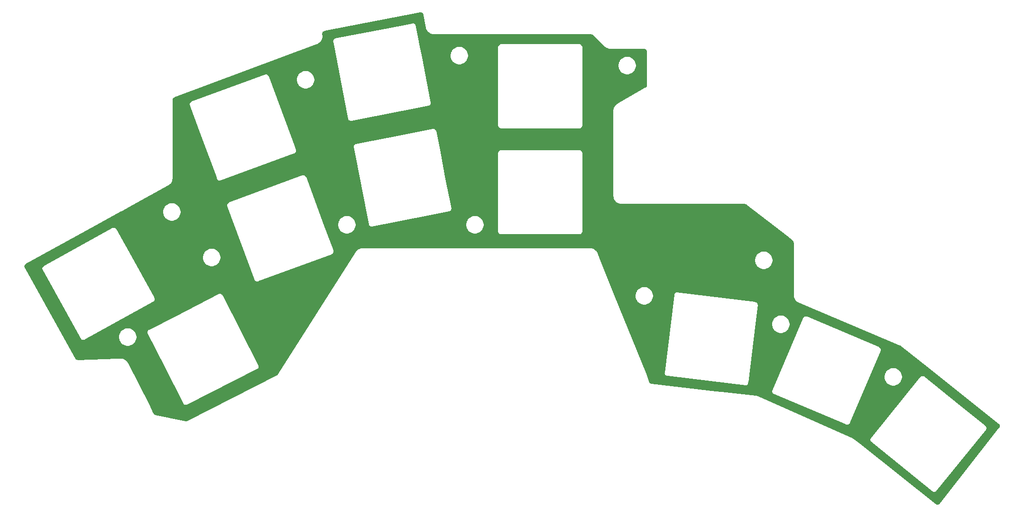
<source format=gbr>
%TF.GenerationSoftware,KiCad,Pcbnew,9.0.3*%
%TF.CreationDate,2025-08-09T09:42:03-04:00*%
%TF.ProjectId,top,746f702e-6b69-4636-9164-5f7063625858,rev?*%
%TF.SameCoordinates,Original*%
%TF.FileFunction,Copper,L1,Top*%
%TF.FilePolarity,Positive*%
%FSLAX46Y46*%
G04 Gerber Fmt 4.6, Leading zero omitted, Abs format (unit mm)*
G04 Created by KiCad (PCBNEW 9.0.3) date 2025-08-09 09:42:03*
%MOMM*%
%LPD*%
G01*
G04 APERTURE LIST*
G04 APERTURE END LIST*
%TA.AperFunction,Conductor*%
%TO.N,gnd*%
G36*
X91340806Y-21423145D02*
G01*
X91423806Y-21435263D01*
X91450641Y-21442320D01*
X91528875Y-21472603D01*
X91553471Y-21485455D01*
X91579021Y-21502698D01*
X91622997Y-21532378D01*
X91644124Y-21550385D01*
X91701466Y-21611595D01*
X91718057Y-21633850D01*
X91760347Y-21706285D01*
X91771572Y-21731675D01*
X91798917Y-21818807D01*
X91802328Y-21832273D01*
X91813488Y-21889704D01*
X91813493Y-21889716D01*
X91814919Y-21897049D01*
X92263460Y-24204619D01*
X92263597Y-24205140D01*
X92271399Y-24245302D01*
X92349321Y-24462057D01*
X92459402Y-24664369D01*
X92459413Y-24664385D01*
X92599071Y-24847515D01*
X92599079Y-24847523D01*
X92765061Y-25007206D01*
X92765070Y-25007214D01*
X92883402Y-25090419D01*
X92953479Y-25139695D01*
X93159903Y-25241874D01*
X93379504Y-25311353D01*
X93607135Y-25346504D01*
X93722300Y-25346502D01*
X93788192Y-25346502D01*
X121717832Y-25346502D01*
X121717858Y-25346509D01*
X121777740Y-25346502D01*
X121789744Y-25347086D01*
X121868326Y-25354747D01*
X121891949Y-25359399D01*
X121961753Y-25380364D01*
X121984027Y-25389495D01*
X122048464Y-25423561D01*
X122068555Y-25436829D01*
X122129136Y-25485908D01*
X122138760Y-25494576D01*
X124114789Y-27470604D01*
X124114799Y-27470623D01*
X124151110Y-27506939D01*
X124151110Y-27506940D01*
X124220654Y-27576494D01*
X124220659Y-27576499D01*
X124376706Y-27696252D01*
X124376707Y-27696253D01*
X124429459Y-27726712D01*
X124547065Y-27794620D01*
X124728802Y-27869905D01*
X124918812Y-27920823D01*
X125113843Y-27946502D01*
X125146308Y-27946502D01*
X131134108Y-27946502D01*
X131193040Y-27946502D01*
X131206922Y-27947282D01*
X131223411Y-27949139D01*
X131297267Y-27957460D01*
X131324332Y-27963638D01*
X131403538Y-27991353D01*
X131428548Y-28003397D01*
X131499605Y-28048045D01*
X131521312Y-28065357D01*
X131580642Y-28124687D01*
X131597955Y-28146396D01*
X131642600Y-28217448D01*
X131654647Y-28242465D01*
X131682360Y-28321663D01*
X131688539Y-28348735D01*
X131698718Y-28439077D01*
X131699498Y-28452960D01*
X131699498Y-34349868D01*
X131699492Y-34349992D01*
X131699499Y-34416354D01*
X131698821Y-34429314D01*
X131689959Y-34513724D01*
X131684574Y-34539076D01*
X131660375Y-34613593D01*
X131649837Y-34637274D01*
X131610679Y-34705127D01*
X131595450Y-34726097D01*
X131543040Y-34784332D01*
X131523781Y-34801681D01*
X131455408Y-34851384D01*
X131444585Y-34858421D01*
X131443594Y-34858994D01*
X131392800Y-34888340D01*
X131392713Y-34888425D01*
X131385732Y-34892464D01*
X131385722Y-34892466D01*
X131385678Y-34892496D01*
X126510516Y-37709224D01*
X126507370Y-37710783D01*
X126446113Y-37746434D01*
X126445777Y-37746629D01*
X126384620Y-37781964D01*
X126381238Y-37784234D01*
X126347452Y-37803920D01*
X126171119Y-37945827D01*
X126171118Y-37945828D01*
X126018078Y-38112564D01*
X125891772Y-38300375D01*
X125891767Y-38300383D01*
X125795068Y-38505000D01*
X125795065Y-38505008D01*
X125730143Y-38721836D01*
X125698480Y-38945929D01*
X125698480Y-38945935D01*
X125699546Y-39055702D01*
X125699552Y-39056906D01*
X125699552Y-54098634D01*
X125699549Y-54098644D01*
X125699549Y-54257315D01*
X125730100Y-54469774D01*
X125790573Y-54675704D01*
X125790575Y-54675710D01*
X125845517Y-54796002D01*
X125879746Y-54870945D01*
X125932962Y-54953739D01*
X125995799Y-55051503D01*
X126136362Y-55213698D01*
X126136364Y-55213699D01*
X126136366Y-55213702D01*
X126298589Y-55354245D01*
X126479164Y-55470267D01*
X126479175Y-55470272D01*
X126674404Y-55559404D01*
X126674407Y-55559405D01*
X126674414Y-55559408D01*
X126880363Y-55619851D01*
X127092819Y-55650367D01*
X127092819Y-55650366D01*
X127092820Y-55650367D01*
X127092836Y-55650366D01*
X127131152Y-55650360D01*
X127134244Y-55650360D01*
X127134245Y-55650361D01*
X127153011Y-55650358D01*
X127200137Y-55650351D01*
X127266029Y-55650341D01*
X127266030Y-55650340D01*
X127276015Y-55650339D01*
X127276019Y-55650338D01*
X149134038Y-55646874D01*
X149147473Y-55647602D01*
X149234945Y-55657122D01*
X149261160Y-55662898D01*
X149338130Y-55688860D01*
X149362487Y-55700142D01*
X149428448Y-55739883D01*
X149437479Y-55745324D01*
X149449375Y-55753470D01*
X154513032Y-59672272D01*
X156758240Y-61409856D01*
X157651620Y-62101249D01*
X157651622Y-62101251D01*
X157673284Y-62118015D01*
X157698141Y-62137253D01*
X157698142Y-62137254D01*
X157708804Y-62146524D01*
X157774937Y-62210993D01*
X157792771Y-62232862D01*
X157838774Y-62304622D01*
X157851202Y-62329958D01*
X157879790Y-62410265D01*
X157886167Y-62437753D01*
X157896669Y-62529526D01*
X157897473Y-62543622D01*
X157897467Y-62602442D01*
X157897473Y-62602468D01*
X157897474Y-62610367D01*
X157897474Y-62610369D01*
X157897501Y-71957472D01*
X157897504Y-71957509D01*
X157897505Y-71993886D01*
X157897506Y-71993890D01*
X157929520Y-72211310D01*
X157969437Y-72343917D01*
X157992869Y-72421756D01*
X158086197Y-72620727D01*
X158207514Y-72803980D01*
X158207516Y-72803983D01*
X158279841Y-72884641D01*
X158354233Y-72967604D01*
X158523222Y-73108110D01*
X158710877Y-73222500D01*
X158751368Y-73239680D01*
X158751376Y-73239686D01*
X158812034Y-73265420D01*
X158812037Y-73265421D01*
X158812038Y-73265422D01*
X158830777Y-73273372D01*
X158872693Y-73291155D01*
X158872694Y-73291155D01*
X176811006Y-80901448D01*
X176813920Y-80902729D01*
X176833399Y-80911598D01*
X176839167Y-80914408D01*
X176851053Y-80920586D01*
X176870899Y-80933445D01*
X182142253Y-85113098D01*
X194455390Y-94876177D01*
X194455399Y-94876185D01*
X194504382Y-94915025D01*
X194514735Y-94924220D01*
X194578963Y-94988030D01*
X194596284Y-95009585D01*
X194641035Y-95080147D01*
X194653149Y-95105005D01*
X194681150Y-95183731D01*
X194687454Y-95210657D01*
X194697311Y-95293633D01*
X194697491Y-95321283D01*
X194688716Y-95404378D01*
X194682764Y-95431382D01*
X194670517Y-95467293D01*
X194655791Y-95510468D01*
X194644001Y-95535483D01*
X194596385Y-95612769D01*
X194588478Y-95624130D01*
X194576418Y-95639546D01*
X194576415Y-95639550D01*
X194552293Y-95670382D01*
X194552290Y-95670386D01*
X194549935Y-95673397D01*
X194549910Y-95673426D01*
X184000463Y-109158055D01*
X184000463Y-109158056D01*
X183976989Y-109188061D01*
X183976986Y-109188062D01*
X183967735Y-109198601D01*
X183913426Y-109253822D01*
X183903388Y-109264029D01*
X183881615Y-109281654D01*
X183810191Y-109327166D01*
X183785016Y-109339455D01*
X183705199Y-109367772D01*
X183677911Y-109374096D01*
X183593770Y-109383776D01*
X183565755Y-109383814D01*
X183481593Y-109374359D01*
X183454287Y-109368107D01*
X183374391Y-109340001D01*
X183349188Y-109327781D01*
X183271668Y-109278675D01*
X183260269Y-109270516D01*
X183211787Y-109231482D01*
X183205086Y-109226812D01*
X169750169Y-98558816D01*
X168748355Y-97764508D01*
X171589224Y-97764508D01*
X171589224Y-97764514D01*
X171602999Y-97895580D01*
X171650226Y-98018608D01*
X171650228Y-98018612D01*
X171727682Y-98125219D01*
X171727686Y-98125223D01*
X171727687Y-98125224D01*
X172262638Y-98558419D01*
X182607732Y-106935711D01*
X182710145Y-107018644D01*
X182710146Y-107018644D01*
X182710148Y-107018646D01*
X182830539Y-107072248D01*
X182960700Y-107092863D01*
X183091763Y-107079088D01*
X183214794Y-107031861D01*
X183288436Y-106978355D01*
X183321404Y-106954404D01*
X183321405Y-106954402D01*
X183321409Y-106954400D01*
X192214831Y-95971939D01*
X192268432Y-95851548D01*
X192289048Y-95721387D01*
X192275273Y-95590324D01*
X192228046Y-95467293D01*
X192150584Y-95360678D01*
X192048169Y-95277743D01*
X192048166Y-95277741D01*
X187391983Y-91507238D01*
X181168126Y-86467257D01*
X181138447Y-86454043D01*
X181047733Y-86413654D01*
X181047728Y-86413653D01*
X180917575Y-86393039D01*
X180917573Y-86393039D01*
X180917572Y-86393039D01*
X180852040Y-86399926D01*
X180786506Y-86406814D01*
X180663478Y-86454041D01*
X180663474Y-86454043D01*
X180556867Y-86531497D01*
X180556862Y-86531503D01*
X180475979Y-86631382D01*
X180475969Y-86631397D01*
X171746376Y-97411547D01*
X171663442Y-97513960D01*
X171663441Y-97513963D01*
X171609839Y-97634354D01*
X171609838Y-97634356D01*
X171609838Y-97634358D01*
X171589224Y-97764508D01*
X168748355Y-97764508D01*
X168712521Y-97736096D01*
X168712129Y-97735784D01*
X168711572Y-97735339D01*
X168711573Y-97735339D01*
X168661955Y-97695670D01*
X168659258Y-97693865D01*
X168658406Y-97693190D01*
X168657959Y-97692996D01*
X168654324Y-97690564D01*
X168654323Y-97690562D01*
X168556372Y-97625028D01*
X168556371Y-97625027D01*
X168556364Y-97625023D01*
X168556358Y-97625019D01*
X168448173Y-97565209D01*
X168447324Y-97564519D01*
X168445239Y-97563587D01*
X168445167Y-97563547D01*
X168398282Y-97542594D01*
X168398269Y-97542583D01*
X168398268Y-97542588D01*
X151651590Y-90055838D01*
X151651054Y-90055596D01*
X151578720Y-90022846D01*
X151578712Y-90022843D01*
X151578707Y-90022841D01*
X151479146Y-89989758D01*
X151430508Y-89973596D01*
X151277993Y-89939993D01*
X151200957Y-89931289D01*
X151200957Y-89931285D01*
X151200906Y-89931283D01*
X145087315Y-89237989D01*
X143938703Y-89107734D01*
X154062423Y-89107734D01*
X154078484Y-89238535D01*
X154127851Y-89360724D01*
X154207160Y-89465971D01*
X154311008Y-89547106D01*
X167198074Y-95017342D01*
X167198075Y-95017343D01*
X167285428Y-95054422D01*
X167319383Y-95068835D01*
X167449885Y-95087176D01*
X167580687Y-95071116D01*
X167702875Y-95021748D01*
X167808123Y-94942439D01*
X167889257Y-94838591D01*
X167940749Y-94717283D01*
X167940748Y-94717283D01*
X171459352Y-86427975D01*
X174113500Y-86427975D01*
X174113500Y-86672028D01*
X174147511Y-86886766D01*
X174151679Y-86913078D01*
X174226513Y-87143394D01*
X174227097Y-87145189D01*
X174337896Y-87362644D01*
X174481339Y-87560078D01*
X174481343Y-87560083D01*
X174653918Y-87732658D01*
X174653923Y-87732662D01*
X174740475Y-87795545D01*
X174851361Y-87876108D01*
X175068815Y-87986906D01*
X175300924Y-88062323D01*
X175541973Y-88100502D01*
X175541974Y-88100502D01*
X175786026Y-88100502D01*
X175786027Y-88100502D01*
X176027076Y-88062323D01*
X176259185Y-87986906D01*
X176476639Y-87876108D01*
X176674083Y-87732657D01*
X176846655Y-87560085D01*
X176990106Y-87362641D01*
X177100904Y-87145187D01*
X177176321Y-86913078D01*
X177214500Y-86672029D01*
X177214500Y-86427975D01*
X177176321Y-86186926D01*
X177100904Y-85954817D01*
X176990106Y-85737363D01*
X176971779Y-85712138D01*
X176846660Y-85539925D01*
X176846656Y-85539920D01*
X176674081Y-85367345D01*
X176674076Y-85367341D01*
X176476642Y-85223898D01*
X176476641Y-85223897D01*
X176476639Y-85223896D01*
X176259185Y-85113098D01*
X176027076Y-85037681D01*
X176027074Y-85037680D01*
X176027072Y-85037680D01*
X175858769Y-85011023D01*
X175786027Y-84999502D01*
X175541973Y-84999502D01*
X175486093Y-85008352D01*
X175300927Y-85037680D01*
X175068812Y-85113099D01*
X174851357Y-85223898D01*
X174653923Y-85367341D01*
X174653918Y-85367345D01*
X174481343Y-85539920D01*
X174481339Y-85539925D01*
X174337896Y-85737359D01*
X174227097Y-85954814D01*
X174151678Y-86186929D01*
X174113500Y-86427975D01*
X171459352Y-86427975D01*
X173410986Y-81830216D01*
X173429327Y-81699714D01*
X173413267Y-81568912D01*
X173363899Y-81446724D01*
X173363897Y-81446721D01*
X173363896Y-81446719D01*
X173284594Y-81341480D01*
X173284589Y-81341475D01*
X173180743Y-81260343D01*
X173180742Y-81260342D01*
X173059434Y-81208850D01*
X173059431Y-81208849D01*
X173057160Y-81207885D01*
X173057159Y-81207884D01*
X160293675Y-75790105D01*
X160293675Y-75790104D01*
X160208514Y-75753956D01*
X160172367Y-75738613D01*
X160172364Y-75738612D01*
X160172362Y-75738612D01*
X160041865Y-75720272D01*
X159911064Y-75736332D01*
X159911061Y-75736333D01*
X159788875Y-75785700D01*
X159788874Y-75785700D01*
X159683628Y-75865008D01*
X159602493Y-75968856D01*
X159602285Y-75969347D01*
X159551001Y-76090165D01*
X159551000Y-76090167D01*
X154132256Y-88855923D01*
X154132256Y-88855924D01*
X154080764Y-88977232D01*
X154062423Y-89107734D01*
X143938703Y-89107734D01*
X132553868Y-87816670D01*
X132540781Y-87814472D01*
X132456137Y-87795545D01*
X132431061Y-87787040D01*
X132358425Y-87753381D01*
X132335725Y-87739746D01*
X132271888Y-87691429D01*
X132252603Y-87673287D01*
X132226545Y-87642907D01*
X132200484Y-87612523D01*
X132185491Y-87590701D01*
X132144426Y-87514630D01*
X132138479Y-87501948D01*
X131652240Y-86291513D01*
X131484866Y-85874856D01*
X134855078Y-85874856D01*
X134866315Y-85954814D01*
X134873419Y-86005357D01*
X134924911Y-86126665D01*
X135006046Y-86230513D01*
X135111293Y-86309822D01*
X135233482Y-86359189D01*
X135364283Y-86375250D01*
X135364284Y-86375249D01*
X135382435Y-86377478D01*
X135382439Y-86377478D01*
X149259929Y-88081420D01*
X149390431Y-88063079D01*
X149511739Y-88011587D01*
X149615587Y-87930452D01*
X149694896Y-87825205D01*
X149744263Y-87703016D01*
X149746672Y-87683397D01*
X149760324Y-87572215D01*
X149760323Y-87572214D01*
X149762007Y-87558507D01*
X149762007Y-87558493D01*
X149768142Y-87508535D01*
X151054747Y-77029975D01*
X154047500Y-77029975D01*
X154047500Y-77080278D01*
X154047500Y-77274029D01*
X154085679Y-77515078D01*
X154161096Y-77747187D01*
X154252042Y-77925680D01*
X154271896Y-77964644D01*
X154415339Y-78162078D01*
X154415343Y-78162083D01*
X154587918Y-78334658D01*
X154587923Y-78334662D01*
X154716283Y-78427920D01*
X154785361Y-78478108D01*
X155002815Y-78588906D01*
X155234924Y-78664323D01*
X155475973Y-78702502D01*
X155475974Y-78702502D01*
X155720026Y-78702502D01*
X155720027Y-78702502D01*
X155961076Y-78664323D01*
X156193185Y-78588906D01*
X156410639Y-78478108D01*
X156608083Y-78334657D01*
X156780655Y-78162085D01*
X156924106Y-77964641D01*
X157034904Y-77747187D01*
X157110321Y-77515078D01*
X157148500Y-77274029D01*
X157148500Y-77029975D01*
X157110321Y-76788926D01*
X157034904Y-76556817D01*
X156924106Y-76339363D01*
X156905779Y-76314138D01*
X156780660Y-76141925D01*
X156780656Y-76141920D01*
X156608081Y-75969345D01*
X156608076Y-75969341D01*
X156410642Y-75825898D01*
X156410641Y-75825897D01*
X156410639Y-75825896D01*
X156193185Y-75715098D01*
X155961076Y-75639681D01*
X155961074Y-75639680D01*
X155961072Y-75639680D01*
X155792769Y-75613023D01*
X155720027Y-75601502D01*
X155475973Y-75601502D01*
X155420093Y-75610352D01*
X155234927Y-75639680D01*
X155002812Y-75715099D01*
X154785357Y-75825898D01*
X154587923Y-75969341D01*
X154587918Y-75969345D01*
X154415343Y-76141920D01*
X154415339Y-76141925D01*
X154271896Y-76339359D01*
X154161097Y-76556814D01*
X154085678Y-76788929D01*
X154081155Y-76817488D01*
X154047500Y-77029975D01*
X151054747Y-77029975D01*
X151466494Y-73676569D01*
X151448153Y-73546067D01*
X151396661Y-73424759D01*
X151315526Y-73320911D01*
X151315525Y-73320910D01*
X151210282Y-73241604D01*
X151210281Y-73241603D01*
X151210279Y-73241602D01*
X151205537Y-73239686D01*
X151205522Y-73239680D01*
X151162997Y-73222499D01*
X151088091Y-73192235D01*
X151088088Y-73192234D01*
X151088087Y-73192234D01*
X151063724Y-73189241D01*
X151063724Y-73189242D01*
X151010505Y-73182708D01*
X150957289Y-73176174D01*
X150957286Y-73176174D01*
X137061643Y-71470004D01*
X137061642Y-71470004D01*
X137061641Y-71470004D01*
X136931145Y-71488344D01*
X136931141Y-71488345D01*
X136809834Y-71539836D01*
X136809832Y-71539837D01*
X136705984Y-71620972D01*
X136626675Y-71726219D01*
X136626673Y-71726224D01*
X136580750Y-71839892D01*
X136580748Y-71839897D01*
X136577309Y-71848406D01*
X136577309Y-71848408D01*
X136561248Y-71979209D01*
X136561248Y-71979211D01*
X134871961Y-85737359D01*
X134855078Y-85874856D01*
X131484866Y-85874856D01*
X125891156Y-71949975D01*
X129663500Y-71949975D01*
X129663500Y-72194028D01*
X129699568Y-72421754D01*
X129701679Y-72435078D01*
X129777096Y-72667187D01*
X129887891Y-72884636D01*
X129887896Y-72884644D01*
X130031339Y-73082078D01*
X130031343Y-73082083D01*
X130203918Y-73254658D01*
X130203923Y-73254662D01*
X130295108Y-73320911D01*
X130401361Y-73398108D01*
X130618815Y-73508906D01*
X130850924Y-73584323D01*
X131091973Y-73622502D01*
X131091974Y-73622502D01*
X131336026Y-73622502D01*
X131336027Y-73622502D01*
X131577076Y-73584323D01*
X131809185Y-73508906D01*
X132026639Y-73398108D01*
X132224083Y-73254657D01*
X132396655Y-73082085D01*
X132540106Y-72884641D01*
X132650904Y-72667187D01*
X132726321Y-72435078D01*
X132764500Y-72194029D01*
X132764500Y-71949975D01*
X132726321Y-71708926D01*
X132650904Y-71476817D01*
X132540106Y-71259363D01*
X132521779Y-71234138D01*
X132396660Y-71061925D01*
X132396656Y-71061920D01*
X132224081Y-70889345D01*
X132224076Y-70889341D01*
X132026642Y-70745898D01*
X132026641Y-70745897D01*
X132026639Y-70745896D01*
X131809185Y-70635098D01*
X131577076Y-70559681D01*
X131577074Y-70559680D01*
X131577072Y-70559680D01*
X131408769Y-70533023D01*
X131336027Y-70521502D01*
X131091973Y-70521502D01*
X131036093Y-70530352D01*
X130850927Y-70559680D01*
X130618812Y-70635099D01*
X130401357Y-70745898D01*
X130203923Y-70889341D01*
X130203918Y-70889345D01*
X130031343Y-71061920D01*
X130031339Y-71061925D01*
X129887896Y-71259359D01*
X129777097Y-71476814D01*
X129701678Y-71708929D01*
X129663500Y-71949975D01*
X125891156Y-71949975D01*
X123340322Y-65599975D01*
X150999500Y-65599975D01*
X150999500Y-65650278D01*
X150999500Y-65844029D01*
X151037679Y-66085078D01*
X151113096Y-66317187D01*
X151153590Y-66396662D01*
X151223896Y-66534644D01*
X151367339Y-66732078D01*
X151367343Y-66732083D01*
X151539918Y-66904658D01*
X151539923Y-66904662D01*
X151645451Y-66981332D01*
X151737361Y-67048108D01*
X151954815Y-67158906D01*
X152186924Y-67234323D01*
X152427973Y-67272502D01*
X152427974Y-67272502D01*
X152672026Y-67272502D01*
X152672027Y-67272502D01*
X152913076Y-67234323D01*
X153145185Y-67158906D01*
X153362639Y-67048108D01*
X153560083Y-66904657D01*
X153732655Y-66732085D01*
X153876106Y-66534641D01*
X153986904Y-66317187D01*
X154062321Y-66085078D01*
X154100500Y-65844029D01*
X154100500Y-65599975D01*
X154062321Y-65358926D01*
X153986904Y-65126817D01*
X153876106Y-64909363D01*
X153772896Y-64767306D01*
X153732660Y-64711925D01*
X153732656Y-64711920D01*
X153560081Y-64539345D01*
X153560076Y-64539341D01*
X153362642Y-64395898D01*
X153362641Y-64395897D01*
X153362639Y-64395896D01*
X153145185Y-64285098D01*
X152913076Y-64209681D01*
X152913074Y-64209680D01*
X152913072Y-64209680D01*
X152744769Y-64183023D01*
X152672027Y-64171502D01*
X152427973Y-64171502D01*
X152372093Y-64180352D01*
X152186927Y-64209680D01*
X151954812Y-64285099D01*
X151737357Y-64395898D01*
X151539923Y-64539341D01*
X151539918Y-64539345D01*
X151367343Y-64711920D01*
X151367339Y-64711925D01*
X151223896Y-64909359D01*
X151113097Y-65126814D01*
X151037678Y-65358929D01*
X151014400Y-65505902D01*
X150999500Y-65599975D01*
X123340322Y-65599975D01*
X123062897Y-64909359D01*
X122901630Y-64507904D01*
X122901385Y-64507289D01*
X122858680Y-64399317D01*
X122858672Y-64399300D01*
X122746036Y-64205305D01*
X122746034Y-64205302D01*
X122744931Y-64203925D01*
X122605794Y-64030189D01*
X122560087Y-63987923D01*
X122441080Y-63877874D01*
X122441079Y-63877873D01*
X122255554Y-63751740D01*
X122145474Y-63698854D01*
X122053336Y-63654589D01*
X122053333Y-63654588D01*
X122053331Y-63654587D01*
X122053329Y-63654586D01*
X121838930Y-63588583D01*
X121838925Y-63588581D01*
X121838922Y-63588581D01*
X121838917Y-63588580D01*
X121838916Y-63588580D01*
X121617081Y-63555182D01*
X121617075Y-63555181D01*
X121507204Y-63555181D01*
X121507203Y-63555180D01*
X121507203Y-63555181D01*
X121507181Y-63555180D01*
X121465832Y-63555172D01*
X121451330Y-63555169D01*
X121439014Y-63555167D01*
X121439013Y-63555167D01*
X121439011Y-63555166D01*
X80962023Y-63546905D01*
X80961208Y-63546902D01*
X80854444Y-63546178D01*
X80854436Y-63546179D01*
X80639080Y-63576221D01*
X80430308Y-63636990D01*
X80232477Y-63727212D01*
X80232472Y-63727215D01*
X80049709Y-63845013D01*
X80049701Y-63845019D01*
X79885833Y-63987922D01*
X79885832Y-63987923D01*
X79848585Y-64031347D01*
X79744263Y-64152967D01*
X79744261Y-64152970D01*
X79744260Y-64152970D01*
X79687333Y-64243044D01*
X79687285Y-64243121D01*
X65835729Y-86124567D01*
X65829898Y-86132987D01*
X65789475Y-86186496D01*
X65775831Y-86201754D01*
X65730891Y-86244345D01*
X65714922Y-86257152D01*
X65663967Y-86291513D01*
X65650965Y-86299173D01*
X49747738Y-94407848D01*
X49747737Y-94407847D01*
X49747730Y-94407852D01*
X49691143Y-94436704D01*
X49678324Y-94442352D01*
X49592555Y-94474487D01*
X49565421Y-94481284D01*
X49481638Y-94492444D01*
X49453670Y-94492986D01*
X49444232Y-94492100D01*
X49362476Y-94484421D01*
X49348626Y-94482325D01*
X49284730Y-94468928D01*
X49284728Y-94468927D01*
X43985785Y-93357863D01*
X43972189Y-93354195D01*
X43884792Y-93325202D01*
X43859278Y-93313378D01*
X43786721Y-93269134D01*
X43764526Y-93251866D01*
X43703801Y-93192408D01*
X43686069Y-93170583D01*
X43636489Y-93093005D01*
X43629590Y-93080726D01*
X43603726Y-93027864D01*
X43603724Y-93027862D01*
X43602421Y-93025898D01*
X43595315Y-93013747D01*
X42835909Y-91527458D01*
X39035042Y-84088500D01*
X39032968Y-84084440D01*
X39032967Y-84084440D01*
X39017305Y-84053787D01*
X38984603Y-83989672D01*
X38862029Y-83815729D01*
X38716137Y-83660823D01*
X38549846Y-83528054D01*
X38531624Y-83517324D01*
X38366483Y-83420078D01*
X38169720Y-83339057D01*
X37963492Y-83286611D01*
X37963488Y-83286610D01*
X37751928Y-83263791D01*
X37751927Y-83263791D01*
X37740535Y-83264187D01*
X37646132Y-83267469D01*
X37646054Y-83267472D01*
X37620507Y-83268343D01*
X37620508Y-83268344D01*
X37579740Y-83269735D01*
X37579741Y-83269736D01*
X37579739Y-83269736D01*
X37085559Y-83286611D01*
X30099340Y-83525172D01*
X30085864Y-83524899D01*
X29998016Y-83518332D01*
X29971572Y-83513430D01*
X29893692Y-83490025D01*
X29868934Y-83479541D01*
X29797921Y-83439890D01*
X29776007Y-83424315D01*
X29715221Y-83370292D01*
X29697176Y-83350353D01*
X29645868Y-83279529D01*
X29637880Y-83266983D01*
X29636107Y-83263791D01*
X24260775Y-73584323D01*
X20774178Y-67305938D01*
X20737435Y-67239775D01*
X23779534Y-67239775D01*
X23779535Y-67239779D01*
X23811416Y-67367643D01*
X23811416Y-67367644D01*
X30462367Y-79366278D01*
X30662641Y-79727582D01*
X30748718Y-79816718D01*
X30754187Y-79822381D01*
X30772037Y-79833106D01*
X30867147Y-79890253D01*
X30993826Y-79926578D01*
X31125590Y-79928878D01*
X31253460Y-79896996D01*
X31368721Y-79833106D01*
X31368721Y-79833105D01*
X32301648Y-79315975D01*
X37461500Y-79315975D01*
X37461500Y-79366278D01*
X37461500Y-79560029D01*
X37499679Y-79801078D01*
X37546661Y-79945674D01*
X37575097Y-80033189D01*
X37685896Y-80250644D01*
X37829339Y-80448078D01*
X37829343Y-80448083D01*
X38001918Y-80620658D01*
X38001923Y-80620662D01*
X38174136Y-80745781D01*
X38199361Y-80764108D01*
X38416815Y-80874906D01*
X38648924Y-80950323D01*
X38889973Y-80988502D01*
X38889974Y-80988502D01*
X39134026Y-80988502D01*
X39134027Y-80988502D01*
X39375076Y-80950323D01*
X39607185Y-80874906D01*
X39824639Y-80764108D01*
X40022083Y-80620657D01*
X40194655Y-80448085D01*
X40338106Y-80250641D01*
X40448904Y-80033187D01*
X40524321Y-79801078D01*
X40562500Y-79560029D01*
X40562500Y-79315975D01*
X40524321Y-79074926D01*
X40448904Y-78842817D01*
X40338106Y-78625363D01*
X40332112Y-78617113D01*
X42535610Y-78617113D01*
X42535610Y-78617115D01*
X42563010Y-78746018D01*
X45641414Y-84787725D01*
X48790213Y-90967591D01*
X48978707Y-91337530D01*
X48978709Y-91337533D01*
X49066885Y-91435464D01*
X49177403Y-91507234D01*
X49177406Y-91507235D01*
X49177410Y-91507238D01*
X49302744Y-91547962D01*
X49434348Y-91554859D01*
X49563252Y-91527459D01*
X49563253Y-91527458D01*
X49563255Y-91527458D01*
X49640883Y-91487904D01*
X49680673Y-91467631D01*
X49680673Y-91467630D01*
X49694872Y-91460396D01*
X49694879Y-91460390D01*
X62037343Y-85171592D01*
X62154764Y-85111764D01*
X62252699Y-85023583D01*
X62324473Y-84913060D01*
X62365197Y-84787725D01*
X62372094Y-84656122D01*
X62344694Y-84527217D01*
X62344693Y-84527215D01*
X62344693Y-84527214D01*
X62329975Y-84498329D01*
X62329974Y-84498327D01*
X62284866Y-84409796D01*
X62284863Y-84409793D01*
X55988827Y-72053127D01*
X55988827Y-72053126D01*
X55928999Y-71935705D01*
X55882444Y-71884000D01*
X55840818Y-71837769D01*
X55730300Y-71765999D01*
X55730295Y-71765996D01*
X55604961Y-71725272D01*
X55604953Y-71725271D01*
X55473379Y-71718376D01*
X55473364Y-71718375D01*
X55473357Y-71718375D01*
X55473356Y-71718375D01*
X55473355Y-71718375D01*
X55344450Y-71745775D01*
X47508068Y-75738612D01*
X42870362Y-78101641D01*
X42870361Y-78101642D01*
X42870360Y-78101641D01*
X42752942Y-78161470D01*
X42752936Y-78161474D01*
X42655007Y-78249649D01*
X42655000Y-78249657D01*
X42583234Y-78360168D01*
X42583232Y-78360172D01*
X42583231Y-78360174D01*
X42583231Y-78360175D01*
X42561218Y-78427925D01*
X42542507Y-78485510D01*
X42542506Y-78485515D01*
X42535610Y-78617113D01*
X40332112Y-78617113D01*
X40236501Y-78485515D01*
X40194660Y-78427925D01*
X40194656Y-78427920D01*
X40022081Y-78255345D01*
X40022076Y-78255341D01*
X39824642Y-78111898D01*
X39824641Y-78111897D01*
X39824639Y-78111896D01*
X39607185Y-78001098D01*
X39375076Y-77925681D01*
X39375074Y-77925680D01*
X39375072Y-77925680D01*
X39206769Y-77899023D01*
X39134027Y-77887502D01*
X38889973Y-77887502D01*
X38834093Y-77896352D01*
X38648927Y-77925680D01*
X38416812Y-78001099D01*
X38199357Y-78111898D01*
X38001923Y-78255341D01*
X38001918Y-78255345D01*
X37829343Y-78427920D01*
X37829339Y-78427925D01*
X37685896Y-78625359D01*
X37575097Y-78842814D01*
X37499678Y-79074929D01*
X37495155Y-79103488D01*
X37461500Y-79315975D01*
X32301648Y-79315975D01*
X43613397Y-73045772D01*
X43708195Y-72954227D01*
X43750006Y-72884641D01*
X43776068Y-72841267D01*
X43812393Y-72714587D01*
X43814693Y-72582823D01*
X43782811Y-72454953D01*
X43733141Y-72365346D01*
X43718921Y-72339692D01*
X43718920Y-72339691D01*
X39701446Y-65091975D01*
X52447500Y-65091975D01*
X52447500Y-65336028D01*
X52475326Y-65511717D01*
X52485679Y-65577078D01*
X52561096Y-65809187D01*
X52648715Y-65981150D01*
X52671896Y-66026644D01*
X52815339Y-66224078D01*
X52815343Y-66224083D01*
X52987918Y-66396658D01*
X52987923Y-66396662D01*
X53145568Y-66511197D01*
X53185361Y-66540108D01*
X53402815Y-66650906D01*
X53634924Y-66726323D01*
X53875973Y-66764502D01*
X53875974Y-66764502D01*
X54120026Y-66764502D01*
X54120027Y-66764502D01*
X54361076Y-66726323D01*
X54593185Y-66650906D01*
X54810639Y-66540108D01*
X55008083Y-66396657D01*
X55180655Y-66224085D01*
X55324106Y-66026641D01*
X55434904Y-65809187D01*
X55510321Y-65577078D01*
X55548500Y-65336029D01*
X55548500Y-65091975D01*
X55510321Y-64850926D01*
X55434904Y-64618817D01*
X55324106Y-64401363D01*
X55209081Y-64243044D01*
X55180660Y-64203925D01*
X55180656Y-64203920D01*
X55008081Y-64031345D01*
X55008076Y-64031341D01*
X54810642Y-63887898D01*
X54810641Y-63887897D01*
X54810639Y-63887896D01*
X54593185Y-63777098D01*
X54361076Y-63701681D01*
X54361074Y-63701680D01*
X54361072Y-63701680D01*
X54192769Y-63675023D01*
X54120027Y-63663502D01*
X53875973Y-63663502D01*
X53820093Y-63672352D01*
X53634927Y-63701680D01*
X53402812Y-63777099D01*
X53185357Y-63887898D01*
X52987923Y-64031341D01*
X52987918Y-64031345D01*
X52815343Y-64203920D01*
X52815339Y-64203925D01*
X52671896Y-64401359D01*
X52561097Y-64618814D01*
X52561096Y-64618816D01*
X52561096Y-64618817D01*
X52544725Y-64669203D01*
X52485678Y-64850929D01*
X52447500Y-65091975D01*
X39701446Y-65091975D01*
X36931587Y-60095016D01*
X36840042Y-60000218D01*
X36785069Y-59967187D01*
X36785069Y-59967186D01*
X36727083Y-59932345D01*
X36600407Y-59896021D01*
X36600403Y-59896020D01*
X36600402Y-59896020D01*
X36598101Y-59895979D01*
X36468637Y-59893719D01*
X36468633Y-59893720D01*
X36340769Y-59925601D01*
X36340768Y-59925601D01*
X36265746Y-59967187D01*
X24096092Y-66712936D01*
X23980833Y-66776824D01*
X23886031Y-66868372D01*
X23818160Y-66981330D01*
X23781836Y-67108005D01*
X23781835Y-67108011D01*
X23779534Y-67239775D01*
X20737435Y-67239775D01*
X20624584Y-67036562D01*
X20618515Y-67024022D01*
X20600740Y-66981330D01*
X20583507Y-66939938D01*
X20575765Y-66913223D01*
X20561570Y-66830369D01*
X20559979Y-66802608D01*
X20564614Y-66718677D01*
X20569251Y-66691259D01*
X20592484Y-66610459D01*
X20603115Y-66584775D01*
X20643776Y-66511192D01*
X20659871Y-66488516D01*
X20715907Y-66425856D01*
X20736650Y-66407340D01*
X20811074Y-66354623D01*
X20822834Y-66347249D01*
X20874368Y-66318836D01*
X20874370Y-66318833D01*
X20882798Y-66314187D01*
X20882881Y-66314133D01*
X21404200Y-66026641D01*
X32455181Y-59932345D01*
X37837821Y-56963975D01*
X45335500Y-56963975D01*
X45335500Y-57014278D01*
X45335500Y-57208029D01*
X45373679Y-57449078D01*
X45449096Y-57681187D01*
X45540042Y-57859680D01*
X45559896Y-57898644D01*
X45703339Y-58096078D01*
X45703343Y-58096083D01*
X45875918Y-58268658D01*
X45875923Y-58268662D01*
X46004283Y-58361920D01*
X46073361Y-58412108D01*
X46290815Y-58522906D01*
X46522924Y-58598323D01*
X46763973Y-58636502D01*
X46763974Y-58636502D01*
X47008026Y-58636502D01*
X47008027Y-58636502D01*
X47249076Y-58598323D01*
X47481185Y-58522906D01*
X47698639Y-58412108D01*
X47896083Y-58268657D01*
X48068655Y-58096085D01*
X48212106Y-57898641D01*
X48322904Y-57681187D01*
X48398321Y-57449078D01*
X48436500Y-57208029D01*
X48436500Y-56963975D01*
X48398321Y-56722926D01*
X48322904Y-56490817D01*
X48212106Y-56273363D01*
X48091999Y-56108049D01*
X48068660Y-56075925D01*
X48068656Y-56075920D01*
X47896081Y-55903345D01*
X47896076Y-55903341D01*
X47849913Y-55869802D01*
X56745791Y-55869802D01*
X56745791Y-55869808D01*
X56758101Y-56001013D01*
X61674798Y-69249916D01*
X61674799Y-69249917D01*
X61697968Y-69282567D01*
X61751064Y-69357391D01*
X61822828Y-69416844D01*
X61852548Y-69441466D01*
X61972324Y-69496404D01*
X61972331Y-69496407D01*
X62102254Y-69518475D01*
X62233463Y-69506165D01*
X62357013Y-69460315D01*
X62357014Y-69460313D01*
X62369551Y-69455661D01*
X62369562Y-69455655D01*
X75348457Y-64639159D01*
X75348464Y-64639158D01*
X75358811Y-64635318D01*
X75358814Y-64635318D01*
X75482364Y-64589468D01*
X75589839Y-64513203D01*
X75673912Y-64411720D01*
X75678665Y-64401359D01*
X75728852Y-64291941D01*
X75728855Y-64291935D01*
X75750923Y-64162012D01*
X75750074Y-64152967D01*
X75738613Y-64030803D01*
X75692763Y-63907253D01*
X75689654Y-63898874D01*
X75689646Y-63898858D01*
X73964435Y-59249975D01*
X76577500Y-59249975D01*
X76577500Y-59494028D01*
X76615678Y-59735074D01*
X76691096Y-59967187D01*
X76801896Y-60184644D01*
X76945339Y-60382078D01*
X76945343Y-60382083D01*
X77117918Y-60554658D01*
X77117923Y-60554662D01*
X77194166Y-60610055D01*
X77315361Y-60698108D01*
X77532815Y-60808906D01*
X77764924Y-60884323D01*
X78005973Y-60922502D01*
X78005974Y-60922502D01*
X78250026Y-60922502D01*
X78250027Y-60922502D01*
X78491076Y-60884323D01*
X78723185Y-60808906D01*
X78940639Y-60698108D01*
X79138083Y-60554657D01*
X79310655Y-60382085D01*
X79454106Y-60184641D01*
X79564904Y-59967187D01*
X79640321Y-59735078D01*
X79678500Y-59494029D01*
X79678500Y-59249975D01*
X79640321Y-59008926D01*
X79564904Y-58776817D01*
X79454106Y-58559363D01*
X79427617Y-58522904D01*
X79310660Y-58361925D01*
X79310656Y-58361920D01*
X79138081Y-58189345D01*
X79138076Y-58189341D01*
X78940642Y-58045898D01*
X78940641Y-58045897D01*
X78940639Y-58045896D01*
X78723185Y-57935098D01*
X78491076Y-57859681D01*
X78491074Y-57859680D01*
X78491072Y-57859680D01*
X78322769Y-57833023D01*
X78250027Y-57821502D01*
X78005973Y-57821502D01*
X77950093Y-57830352D01*
X77764927Y-57859680D01*
X77532812Y-57935099D01*
X77315357Y-58045898D01*
X77117923Y-58189341D01*
X77117918Y-58189345D01*
X76945343Y-58361920D01*
X76945339Y-58361925D01*
X76801896Y-58559359D01*
X76691097Y-58776814D01*
X76615678Y-59008929D01*
X76577500Y-59249975D01*
X73964435Y-59249975D01*
X70871608Y-50915811D01*
X70871606Y-50915802D01*
X70867766Y-50905454D01*
X70867766Y-50905452D01*
X70821916Y-50781902D01*
X70821913Y-50781898D01*
X70821913Y-50781897D01*
X70745651Y-50674427D01*
X70644166Y-50590352D01*
X70644164Y-50590351D01*
X70524389Y-50535413D01*
X70524382Y-50535410D01*
X70394460Y-50513343D01*
X70263252Y-50525653D01*
X70171488Y-50559708D01*
X57137901Y-55396501D01*
X57137900Y-55396501D01*
X57014353Y-55442349D01*
X57014347Y-55442352D01*
X56906880Y-55518612D01*
X56906874Y-55518617D01*
X56822799Y-55620100D01*
X56767861Y-55739876D01*
X56767858Y-55739883D01*
X56745791Y-55869802D01*
X47849913Y-55869802D01*
X47698642Y-55759898D01*
X47698641Y-55759897D01*
X47698639Y-55759896D01*
X47481185Y-55649098D01*
X47249076Y-55573681D01*
X47249074Y-55573680D01*
X47249072Y-55573680D01*
X47080769Y-55547023D01*
X47008027Y-55535502D01*
X46763973Y-55535502D01*
X46708093Y-55544352D01*
X46522927Y-55573680D01*
X46290812Y-55649099D01*
X46073357Y-55759898D01*
X45875923Y-55903341D01*
X45875918Y-55903345D01*
X45703343Y-56075920D01*
X45703339Y-56075925D01*
X45559896Y-56273359D01*
X45449097Y-56490814D01*
X45373678Y-56722929D01*
X45369155Y-56751488D01*
X45335500Y-56963975D01*
X37837821Y-56963975D01*
X38043553Y-56850520D01*
X39821920Y-55869802D01*
X46280303Y-52308191D01*
X46280304Y-52308189D01*
X46287947Y-52303975D01*
X46287997Y-52303942D01*
X46310313Y-52291643D01*
X46471376Y-52172408D01*
X46615155Y-52032815D01*
X46739096Y-51875345D01*
X46840998Y-51702793D01*
X46919051Y-51518223D01*
X46971870Y-51324914D01*
X46998516Y-51126298D01*
X46998500Y-51026100D01*
X46998500Y-50960208D01*
X46998501Y-37831249D01*
X50059680Y-37831249D01*
X50063492Y-37872333D01*
X50071779Y-37961665D01*
X50071854Y-37962466D01*
X50071855Y-37962473D01*
X51679793Y-42309293D01*
X54863442Y-50915815D01*
X54928954Y-51092915D01*
X54956205Y-51166583D01*
X54956205Y-51166584D01*
X54974672Y-51216509D01*
X54974677Y-51216518D01*
X55050822Y-51324062D01*
X55050824Y-51324064D01*
X55050827Y-51324068D01*
X55137505Y-51396029D01*
X55152223Y-51408248D01*
X55196511Y-51428617D01*
X55271949Y-51463316D01*
X55401849Y-51485520D01*
X55401849Y-51485519D01*
X55401850Y-51485520D01*
X55410728Y-51484696D01*
X55533070Y-51473347D01*
X68653185Y-46620067D01*
X68653191Y-46620066D01*
X68663515Y-46616247D01*
X68663516Y-46616247D01*
X68787115Y-46570526D01*
X68894669Y-46494374D01*
X68978848Y-46392979D01*
X69033917Y-46273252D01*
X69056121Y-46143352D01*
X69043948Y-46012131D01*
X68840899Y-45463218D01*
X79346578Y-45463218D01*
X79346578Y-45463219D01*
X82043049Y-59335359D01*
X82043050Y-59335361D01*
X82100820Y-59453808D01*
X82135784Y-59494029D01*
X82187279Y-59553267D01*
X82296533Y-59626960D01*
X82421137Y-59669865D01*
X82544008Y-59678456D01*
X82552600Y-59679057D01*
X82552600Y-59679056D01*
X82552601Y-59679057D01*
X82552601Y-59679056D01*
X82568887Y-59680196D01*
X82571581Y-59680384D01*
X82587499Y-59672273D01*
X84760034Y-59249975D01*
X99437500Y-59249975D01*
X99437500Y-59494028D01*
X99475678Y-59735074D01*
X99551096Y-59967187D01*
X99661896Y-60184644D01*
X99805339Y-60382078D01*
X99805343Y-60382083D01*
X99977918Y-60554658D01*
X99977923Y-60554662D01*
X100054166Y-60610055D01*
X100175361Y-60698108D01*
X100392815Y-60808906D01*
X100624924Y-60884323D01*
X100865973Y-60922502D01*
X100865974Y-60922502D01*
X101110026Y-60922502D01*
X101110027Y-60922502D01*
X101351076Y-60884323D01*
X101583185Y-60808906D01*
X101800639Y-60698108D01*
X101998083Y-60554657D01*
X102170655Y-60382085D01*
X102314106Y-60184641D01*
X102424904Y-59967187D01*
X102500321Y-59735078D01*
X102538500Y-59494029D01*
X102538500Y-59249975D01*
X102500321Y-59008926D01*
X102424904Y-58776817D01*
X102314106Y-58559363D01*
X102287617Y-58522904D01*
X102170660Y-58361925D01*
X102170656Y-58361920D01*
X101998081Y-58189345D01*
X101998076Y-58189341D01*
X101800642Y-58045898D01*
X101800641Y-58045897D01*
X101800639Y-58045896D01*
X101583185Y-57935098D01*
X101351076Y-57859681D01*
X101351074Y-57859680D01*
X101351072Y-57859680D01*
X101182769Y-57833023D01*
X101110027Y-57821502D01*
X100865973Y-57821502D01*
X100810093Y-57830352D01*
X100624927Y-57859680D01*
X100392812Y-57935099D01*
X100175357Y-58045898D01*
X99977923Y-58189341D01*
X99977918Y-58189345D01*
X99805343Y-58361920D01*
X99805339Y-58361925D01*
X99661896Y-58559359D01*
X99551097Y-58776814D01*
X99475678Y-59008929D01*
X99437500Y-59249975D01*
X84760034Y-59249975D01*
X96424743Y-56982586D01*
X96543190Y-56924816D01*
X96599671Y-56875717D01*
X96642649Y-56838357D01*
X96701243Y-56751488D01*
X96716342Y-56729103D01*
X96731115Y-56686198D01*
X96759247Y-56604498D01*
X96768439Y-56473035D01*
X96691247Y-56075919D01*
X95746674Y-51216509D01*
X94825654Y-46478272D01*
X105145537Y-46478272D01*
X105145537Y-60610055D01*
X105179645Y-60737351D01*
X105212591Y-60794414D01*
X105245537Y-60851478D01*
X105338723Y-60944664D01*
X105452851Y-61010556D01*
X105580145Y-61044664D01*
X105580147Y-61044664D01*
X119711927Y-61044664D01*
X119711929Y-61044664D01*
X119839223Y-61010556D01*
X119953351Y-60944664D01*
X120046537Y-60851478D01*
X120112429Y-60737350D01*
X120146537Y-60610056D01*
X120146537Y-46478272D01*
X120112429Y-46350978D01*
X120046537Y-46236850D01*
X119953351Y-46143664D01*
X119896287Y-46110718D01*
X119839224Y-46077772D01*
X119775576Y-46060718D01*
X119711929Y-46043664D01*
X105711929Y-46043664D01*
X105580145Y-46043664D01*
X105452849Y-46077772D01*
X105338723Y-46143664D01*
X105338720Y-46143666D01*
X105245539Y-46236847D01*
X105245537Y-46236850D01*
X105179645Y-46350976D01*
X105145537Y-46478272D01*
X94825654Y-46478272D01*
X94071968Y-42600893D01*
X94014197Y-42482446D01*
X93927739Y-42382987D01*
X93818485Y-42309294D01*
X93818483Y-42309293D01*
X93736912Y-42281206D01*
X93693881Y-42266389D01*
X93685288Y-42265788D01*
X93562417Y-42257196D01*
X93562414Y-42257197D01*
X93438908Y-42281202D01*
X93438899Y-42281206D01*
X93433055Y-42282342D01*
X93433053Y-42282342D01*
X88455392Y-43249901D01*
X79690277Y-44953667D01*
X79571828Y-45011439D01*
X79472369Y-45097896D01*
X79398675Y-45207152D01*
X79355771Y-45331755D01*
X79346578Y-45463218D01*
X68840899Y-45463218D01*
X64357114Y-33341975D01*
X69211500Y-33341975D01*
X69211500Y-33392278D01*
X69211500Y-33586029D01*
X69249679Y-33827078D01*
X69296661Y-33971674D01*
X69325097Y-34059189D01*
X69435896Y-34276644D01*
X69579339Y-34474078D01*
X69579343Y-34474083D01*
X69751918Y-34646658D01*
X69751923Y-34646662D01*
X69861257Y-34726097D01*
X69949361Y-34790108D01*
X70166815Y-34900906D01*
X70398924Y-34976323D01*
X70639973Y-35014502D01*
X70639974Y-35014502D01*
X70884026Y-35014502D01*
X70884027Y-35014502D01*
X71125076Y-34976323D01*
X71357185Y-34900906D01*
X71574639Y-34790108D01*
X71772083Y-34646657D01*
X71944655Y-34474085D01*
X72088106Y-34276641D01*
X72198904Y-34059187D01*
X72274321Y-33827078D01*
X72312500Y-33586029D01*
X72312500Y-33341975D01*
X72274321Y-33100926D01*
X72198904Y-32868817D01*
X72088106Y-32651363D01*
X72026343Y-32566353D01*
X71944660Y-32453925D01*
X71944656Y-32453920D01*
X71772081Y-32281345D01*
X71772076Y-32281341D01*
X71574642Y-32137898D01*
X71574641Y-32137897D01*
X71574639Y-32137896D01*
X71357185Y-32027098D01*
X71125076Y-31951681D01*
X71125074Y-31951680D01*
X71125072Y-31951680D01*
X70956769Y-31925023D01*
X70884027Y-31913502D01*
X70639973Y-31913502D01*
X70584093Y-31922352D01*
X70398927Y-31951680D01*
X70166812Y-32027099D01*
X69949357Y-32137898D01*
X69751923Y-32281341D01*
X69751918Y-32281345D01*
X69579343Y-32453920D01*
X69579339Y-32453925D01*
X69435896Y-32651359D01*
X69325097Y-32868814D01*
X69249678Y-33100929D01*
X69245155Y-33129488D01*
X69211500Y-33341975D01*
X64357114Y-33341975D01*
X64172999Y-32844248D01*
X64141127Y-32758086D01*
X64141124Y-32758082D01*
X64141124Y-32758081D01*
X64064979Y-32650537D01*
X64064977Y-32650535D01*
X64064975Y-32650532D01*
X63963580Y-32566353D01*
X63963578Y-32566351D01*
X63875001Y-32525611D01*
X63843853Y-32511284D01*
X63843851Y-32511283D01*
X63843850Y-32511283D01*
X63713956Y-32489080D01*
X63713951Y-32489079D01*
X63600490Y-32499605D01*
X63582732Y-32501253D01*
X63582730Y-32501253D01*
X63582727Y-32501254D01*
X50439713Y-37363002D01*
X50439701Y-37363008D01*
X50400438Y-37377532D01*
X50328683Y-37404075D01*
X50221138Y-37480221D01*
X50221133Y-37480226D01*
X50136952Y-37581622D01*
X50081884Y-37701349D01*
X50081884Y-37701351D01*
X50059681Y-37831244D01*
X50059680Y-37831249D01*
X46998501Y-37831249D01*
X46998501Y-37082255D01*
X46999397Y-37067395D01*
X47011119Y-36970513D01*
X47018219Y-36941601D01*
X47050044Y-36857362D01*
X47063840Y-36830969D01*
X47114829Y-36756761D01*
X47134521Y-36734416D01*
X47201746Y-36674502D01*
X47226194Y-36657504D01*
X47312015Y-36612041D01*
X47326573Y-36605494D01*
X72772243Y-27083192D01*
X72773263Y-27082817D01*
X72866334Y-27049179D01*
X73054152Y-26949239D01*
X73225994Y-26823805D01*
X73378424Y-26675385D01*
X73446989Y-26586526D01*
X75677318Y-26586526D01*
X75677318Y-26586528D01*
X75690153Y-26652555D01*
X78373789Y-40458667D01*
X78373790Y-40458670D01*
X78431560Y-40577117D01*
X78458777Y-40608425D01*
X78477810Y-40630320D01*
X78477811Y-40630322D01*
X78477812Y-40630322D01*
X78518019Y-40676575D01*
X78627273Y-40750268D01*
X78751877Y-40793173D01*
X78874748Y-40801764D01*
X78883340Y-40802365D01*
X78883340Y-40802364D01*
X78883341Y-40802365D01*
X78883341Y-40802364D01*
X78899627Y-40803504D01*
X78902321Y-40803692D01*
X78918239Y-40795581D01*
X92755483Y-38105894D01*
X92873930Y-38048124D01*
X92946876Y-37984712D01*
X92973389Y-37961665D01*
X93033644Y-37872333D01*
X93047082Y-37852411D01*
X93063778Y-37803922D01*
X93089987Y-37727806D01*
X93099179Y-37596343D01*
X93096318Y-37581622D01*
X91436532Y-29042763D01*
X91432880Y-29023975D01*
X96643500Y-29023975D01*
X96643500Y-29268028D01*
X96678197Y-29487099D01*
X96681679Y-29509078D01*
X96728661Y-29653674D01*
X96757097Y-29741189D01*
X96757178Y-29741347D01*
X96845110Y-29913925D01*
X96867896Y-29958644D01*
X97011339Y-30156078D01*
X97011343Y-30156083D01*
X97183918Y-30328658D01*
X97183923Y-30328662D01*
X97304589Y-30416330D01*
X97381361Y-30472108D01*
X97598815Y-30582906D01*
X97830924Y-30658323D01*
X98071973Y-30696502D01*
X98071974Y-30696502D01*
X98316026Y-30696502D01*
X98316027Y-30696502D01*
X98557076Y-30658323D01*
X98789185Y-30582906D01*
X99006639Y-30472108D01*
X99204083Y-30328657D01*
X99376655Y-30156085D01*
X99520106Y-29958641D01*
X99630904Y-29741187D01*
X99706321Y-29509078D01*
X99744500Y-29268029D01*
X99744500Y-29023975D01*
X99706321Y-28782926D01*
X99630904Y-28550817D01*
X99520106Y-28333363D01*
X99435889Y-28217448D01*
X99376660Y-28135925D01*
X99376656Y-28135920D01*
X99204081Y-27963345D01*
X99204076Y-27963341D01*
X99006642Y-27819898D01*
X99006641Y-27819897D01*
X99006639Y-27819896D01*
X98789185Y-27709098D01*
X98557076Y-27633681D01*
X98557074Y-27633680D01*
X98557072Y-27633680D01*
X98388769Y-27607023D01*
X98316027Y-27595502D01*
X98071973Y-27595502D01*
X98016093Y-27604352D01*
X97830927Y-27633680D01*
X97598812Y-27709099D01*
X97381357Y-27819898D01*
X97183923Y-27963341D01*
X97183918Y-27963345D01*
X97011343Y-28135920D01*
X97011339Y-28135925D01*
X96867896Y-28333359D01*
X96757097Y-28550814D01*
X96681678Y-28782929D01*
X96643500Y-29023975D01*
X91432880Y-29023975D01*
X91147004Y-27553272D01*
X105145537Y-27553272D01*
X105145537Y-41685055D01*
X105179645Y-41812351D01*
X105212591Y-41869414D01*
X105245537Y-41926478D01*
X105338723Y-42019664D01*
X105452851Y-42085556D01*
X105580145Y-42119664D01*
X105580147Y-42119664D01*
X119711927Y-42119664D01*
X119711929Y-42119664D01*
X119839223Y-42085556D01*
X119953351Y-42019664D01*
X120046537Y-41926478D01*
X120112429Y-41812350D01*
X120146537Y-41685056D01*
X120146537Y-30801975D01*
X126615500Y-30801975D01*
X126615500Y-30852278D01*
X126615500Y-31046029D01*
X126653679Y-31287078D01*
X126700661Y-31431674D01*
X126729097Y-31519189D01*
X126839896Y-31736644D01*
X126983339Y-31934078D01*
X126983343Y-31934083D01*
X127155918Y-32106658D01*
X127155923Y-32106662D01*
X127328136Y-32231781D01*
X127353361Y-32250108D01*
X127570815Y-32360906D01*
X127802924Y-32436323D01*
X128043973Y-32474502D01*
X128043974Y-32474502D01*
X128288026Y-32474502D01*
X128288027Y-32474502D01*
X128529076Y-32436323D01*
X128761185Y-32360906D01*
X128978639Y-32250108D01*
X129176083Y-32106657D01*
X129348655Y-31934085D01*
X129492106Y-31736641D01*
X129602904Y-31519187D01*
X129678321Y-31287078D01*
X129716500Y-31046029D01*
X129716500Y-30801975D01*
X129678321Y-30560926D01*
X129602904Y-30328817D01*
X129492106Y-30111363D01*
X129381150Y-29958644D01*
X129348660Y-29913925D01*
X129348656Y-29913920D01*
X129176081Y-29741345D01*
X129176076Y-29741341D01*
X128978642Y-29597898D01*
X128978641Y-29597897D01*
X128978639Y-29597896D01*
X128761185Y-29487098D01*
X128529076Y-29411681D01*
X128529074Y-29411680D01*
X128529072Y-29411680D01*
X128360769Y-29385023D01*
X128288027Y-29373502D01*
X128043973Y-29373502D01*
X127988093Y-29382352D01*
X127802927Y-29411680D01*
X127570812Y-29487099D01*
X127353357Y-29597898D01*
X127155923Y-29741341D01*
X127155918Y-29741345D01*
X126983343Y-29913920D01*
X126983339Y-29913925D01*
X126839896Y-30111359D01*
X126729097Y-30328814D01*
X126653678Y-30560929D01*
X126629479Y-30713717D01*
X126615500Y-30801975D01*
X120146537Y-30801975D01*
X120146537Y-27553272D01*
X120112429Y-27425978D01*
X120046537Y-27311850D01*
X119953351Y-27218664D01*
X119896287Y-27185718D01*
X119839224Y-27152772D01*
X119738113Y-27125680D01*
X119711929Y-27118664D01*
X105711929Y-27118664D01*
X105580145Y-27118664D01*
X105452849Y-27152772D01*
X105338723Y-27218664D01*
X105338720Y-27218666D01*
X105245539Y-27311847D01*
X105245537Y-27311850D01*
X105179645Y-27425976D01*
X105145537Y-27553272D01*
X91147004Y-27553272D01*
X90873104Y-26144179D01*
X90402708Y-23724201D01*
X90344937Y-23605754D01*
X90258479Y-23506295D01*
X90149225Y-23432602D01*
X90149223Y-23432601D01*
X90067652Y-23404514D01*
X90024621Y-23389697D01*
X90016028Y-23389096D01*
X89893157Y-23380504D01*
X89893154Y-23380505D01*
X89769648Y-23404510D01*
X89769639Y-23404514D01*
X89763795Y-23405650D01*
X89763793Y-23405650D01*
X84928675Y-24345502D01*
X76021017Y-26076975D01*
X75902568Y-26134747D01*
X75803109Y-26221204D01*
X75729415Y-26330460D01*
X75686511Y-26455063D01*
X75677318Y-26586526D01*
X73446989Y-26586526D01*
X73508394Y-26506947D01*
X73613304Y-26321860D01*
X73691056Y-26123824D01*
X73740096Y-25916801D01*
X73759443Y-25704931D01*
X73748710Y-25492450D01*
X73728790Y-25390331D01*
X73728345Y-25388041D01*
X73727348Y-25382914D01*
X73718796Y-25338924D01*
X73716922Y-25325264D01*
X73715797Y-25311353D01*
X73709647Y-25235336D01*
X73710489Y-25207809D01*
X73710744Y-25206026D01*
X73722263Y-25125374D01*
X73729160Y-25098716D01*
X73758844Y-25020912D01*
X73771455Y-24996436D01*
X73817584Y-24927103D01*
X73835293Y-24906010D01*
X73895584Y-24848577D01*
X73917509Y-24831914D01*
X73989005Y-24789201D01*
X74014059Y-24777796D01*
X74099322Y-24749926D01*
X74114215Y-24746063D01*
X91208693Y-21431314D01*
X91222449Y-21429440D01*
X91313064Y-21422234D01*
X91340806Y-21423145D01*
G37*
%TD.AperFunction*%
%TD*%
M02*

</source>
